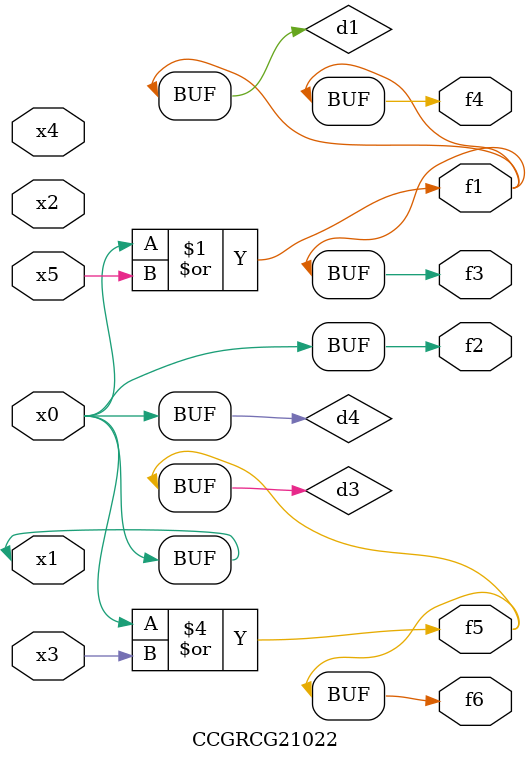
<source format=v>
module CCGRCG21022(
	input x0, x1, x2, x3, x4, x5,
	output f1, f2, f3, f4, f5, f6
);

	wire d1, d2, d3, d4;

	or (d1, x0, x5);
	xnor (d2, x1, x4);
	or (d3, x0, x3);
	buf (d4, x0, x1);
	assign f1 = d1;
	assign f2 = d4;
	assign f3 = d1;
	assign f4 = d1;
	assign f5 = d3;
	assign f6 = d3;
endmodule

</source>
